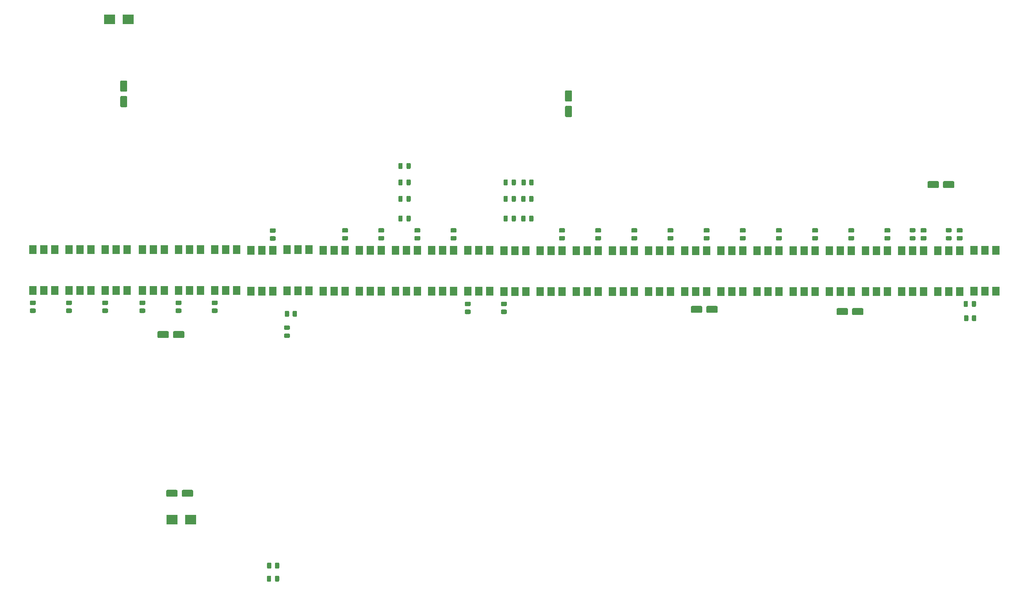
<source format=gbr>
%TF.GenerationSoftware,KiCad,Pcbnew,(5.1.8)-1*%
%TF.CreationDate,2020-12-01T03:48:25+04:00*%
%TF.ProjectId,111,3131312e-6b69-4636-9164-5f7063625858,ver 1.0*%
%TF.SameCoordinates,Original*%
%TF.FileFunction,Paste,Top*%
%TF.FilePolarity,Positive*%
%FSLAX46Y46*%
G04 Gerber Fmt 4.6, Leading zero omitted, Abs format (unit mm)*
G04 Created by KiCad (PCBNEW (5.1.8)-1) date 2020-12-01 03:48:25*
%MOMM*%
%LPD*%
G01*
G04 APERTURE LIST*
%ADD10R,2.500000X2.300000*%
%ADD11R,1.780000X2.000000*%
G04 APERTURE END LIST*
%TO.C,C1*%
G36*
G01*
X229348000Y-59902000D02*
X229348000Y-61002000D01*
G75*
G02*
X229098000Y-61252000I-250000J0D01*
G01*
X226998000Y-61252000D01*
G75*
G02*
X226748000Y-61002000I0J250000D01*
G01*
X226748000Y-59902000D01*
G75*
G02*
X226998000Y-59652000I250000J0D01*
G01*
X229098000Y-59652000D01*
G75*
G02*
X229348000Y-59902000I0J-250000D01*
G01*
G37*
G36*
G01*
X232948000Y-59902000D02*
X232948000Y-61002000D01*
G75*
G02*
X232698000Y-61252000I-250000J0D01*
G01*
X230598000Y-61252000D01*
G75*
G02*
X230348000Y-61002000I0J250000D01*
G01*
X230348000Y-59902000D01*
G75*
G02*
X230598000Y-59652000I250000J0D01*
G01*
X232698000Y-59652000D01*
G75*
G02*
X232948000Y-59902000I0J-250000D01*
G01*
G37*
%TD*%
%TO.C,C2*%
G36*
G01*
X50262000Y-132630000D02*
X50262000Y-131530000D01*
G75*
G02*
X50512000Y-131280000I250000J0D01*
G01*
X52612000Y-131280000D01*
G75*
G02*
X52862000Y-131530000I0J-250000D01*
G01*
X52862000Y-132630000D01*
G75*
G02*
X52612000Y-132880000I-250000J0D01*
G01*
X50512000Y-132880000D01*
G75*
G02*
X50262000Y-132630000I0J250000D01*
G01*
G37*
G36*
G01*
X53862000Y-132630000D02*
X53862000Y-131530000D01*
G75*
G02*
X54112000Y-131280000I250000J0D01*
G01*
X56212000Y-131280000D01*
G75*
G02*
X56462000Y-131530000I0J-250000D01*
G01*
X56462000Y-132630000D01*
G75*
G02*
X56212000Y-132880000I-250000J0D01*
G01*
X54112000Y-132880000D01*
G75*
G02*
X53862000Y-132630000I0J250000D01*
G01*
G37*
%TD*%
%TO.C,C3*%
G36*
G01*
X142960000Y-42178000D02*
X144060000Y-42178000D01*
G75*
G02*
X144310000Y-42428000I0J-250000D01*
G01*
X144310000Y-44528000D01*
G75*
G02*
X144060000Y-44778000I-250000J0D01*
G01*
X142960000Y-44778000D01*
G75*
G02*
X142710000Y-44528000I0J250000D01*
G01*
X142710000Y-42428000D01*
G75*
G02*
X142960000Y-42178000I250000J0D01*
G01*
G37*
G36*
G01*
X142960000Y-38578000D02*
X144060000Y-38578000D01*
G75*
G02*
X144310000Y-38828000I0J-250000D01*
G01*
X144310000Y-40928000D01*
G75*
G02*
X144060000Y-41178000I-250000J0D01*
G01*
X142960000Y-41178000D01*
G75*
G02*
X142710000Y-40928000I0J250000D01*
G01*
X142710000Y-38828000D01*
G75*
G02*
X142960000Y-38578000I250000J0D01*
G01*
G37*
%TD*%
%TO.C,C4*%
G36*
G01*
X39836000Y-36292000D02*
X40936000Y-36292000D01*
G75*
G02*
X41186000Y-36542000I0J-250000D01*
G01*
X41186000Y-38642000D01*
G75*
G02*
X40936000Y-38892000I-250000J0D01*
G01*
X39836000Y-38892000D01*
G75*
G02*
X39586000Y-38642000I0J250000D01*
G01*
X39586000Y-36542000D01*
G75*
G02*
X39836000Y-36292000I250000J0D01*
G01*
G37*
G36*
G01*
X39836000Y-39892000D02*
X40936000Y-39892000D01*
G75*
G02*
X41186000Y-40142000I0J-250000D01*
G01*
X41186000Y-42242000D01*
G75*
G02*
X40936000Y-42492000I-250000J0D01*
G01*
X39836000Y-42492000D01*
G75*
G02*
X39586000Y-42242000I0J250000D01*
G01*
X39586000Y-40142000D01*
G75*
G02*
X39836000Y-39892000I250000J0D01*
G01*
G37*
%TD*%
%TO.C,C6*%
G36*
G01*
X171884000Y-89958000D02*
X171884000Y-88858000D01*
G75*
G02*
X172134000Y-88608000I250000J0D01*
G01*
X174234000Y-88608000D01*
G75*
G02*
X174484000Y-88858000I0J-250000D01*
G01*
X174484000Y-89958000D01*
G75*
G02*
X174234000Y-90208000I-250000J0D01*
G01*
X172134000Y-90208000D01*
G75*
G02*
X171884000Y-89958000I0J250000D01*
G01*
G37*
G36*
G01*
X175484000Y-89958000D02*
X175484000Y-88858000D01*
G75*
G02*
X175734000Y-88608000I250000J0D01*
G01*
X177834000Y-88608000D01*
G75*
G02*
X178084000Y-88858000I0J-250000D01*
G01*
X178084000Y-89958000D01*
G75*
G02*
X177834000Y-90208000I-250000J0D01*
G01*
X175734000Y-90208000D01*
G75*
G02*
X175484000Y-89958000I0J250000D01*
G01*
G37*
%TD*%
%TO.C,C7*%
G36*
G01*
X50830000Y-94700000D02*
X50830000Y-95800000D01*
G75*
G02*
X50580000Y-96050000I-250000J0D01*
G01*
X48480000Y-96050000D01*
G75*
G02*
X48230000Y-95800000I0J250000D01*
G01*
X48230000Y-94700000D01*
G75*
G02*
X48480000Y-94450000I250000J0D01*
G01*
X50580000Y-94450000D01*
G75*
G02*
X50830000Y-94700000I0J-250000D01*
G01*
G37*
G36*
G01*
X54430000Y-94700000D02*
X54430000Y-95800000D01*
G75*
G02*
X54180000Y-96050000I-250000J0D01*
G01*
X52080000Y-96050000D01*
G75*
G02*
X51830000Y-95800000I0J250000D01*
G01*
X51830000Y-94700000D01*
G75*
G02*
X52080000Y-94450000I250000J0D01*
G01*
X54180000Y-94450000D01*
G75*
G02*
X54430000Y-94700000I0J-250000D01*
G01*
G37*
%TD*%
%TO.C,C8*%
G36*
G01*
X209266000Y-90466000D02*
X209266000Y-89366000D01*
G75*
G02*
X209516000Y-89116000I250000J0D01*
G01*
X211616000Y-89116000D01*
G75*
G02*
X211866000Y-89366000I0J-250000D01*
G01*
X211866000Y-90466000D01*
G75*
G02*
X211616000Y-90716000I-250000J0D01*
G01*
X209516000Y-90716000D01*
G75*
G02*
X209266000Y-90466000I0J250000D01*
G01*
G37*
G36*
G01*
X205666000Y-90466000D02*
X205666000Y-89366000D01*
G75*
G02*
X205916000Y-89116000I250000J0D01*
G01*
X208016000Y-89116000D01*
G75*
G02*
X208266000Y-89366000I0J-250000D01*
G01*
X208266000Y-90466000D01*
G75*
G02*
X208016000Y-90716000I-250000J0D01*
G01*
X205916000Y-90716000D01*
G75*
G02*
X205666000Y-90466000I0J250000D01*
G01*
G37*
%TD*%
%TO.C,\u002AD2*%
G36*
G01*
X130322500Y-60400250D02*
X130322500Y-59487750D01*
G75*
G02*
X130566250Y-59244000I243750J0D01*
G01*
X131053750Y-59244000D01*
G75*
G02*
X131297500Y-59487750I0J-243750D01*
G01*
X131297500Y-60400250D01*
G75*
G02*
X131053750Y-60644000I-243750J0D01*
G01*
X130566250Y-60644000D01*
G75*
G02*
X130322500Y-60400250I0J243750D01*
G01*
G37*
G36*
G01*
X128447500Y-60400250D02*
X128447500Y-59487750D01*
G75*
G02*
X128691250Y-59244000I243750J0D01*
G01*
X129178750Y-59244000D01*
G75*
G02*
X129422500Y-59487750I0J-243750D01*
G01*
X129422500Y-60400250D01*
G75*
G02*
X129178750Y-60644000I-243750J0D01*
G01*
X128691250Y-60644000D01*
G75*
G02*
X128447500Y-60400250I0J243750D01*
G01*
G37*
%TD*%
D10*
%TO.C,\u002AD3*%
X41402000Y-22098000D03*
X37102000Y-22098000D03*
%TD*%
%TO.C,\u002AD4*%
G36*
G01*
X237977500Y-87681750D02*
X237977500Y-88594250D01*
G75*
G02*
X237733750Y-88838000I-243750J0D01*
G01*
X237246250Y-88838000D01*
G75*
G02*
X237002500Y-88594250I0J243750D01*
G01*
X237002500Y-87681750D01*
G75*
G02*
X237246250Y-87438000I243750J0D01*
G01*
X237733750Y-87438000D01*
G75*
G02*
X237977500Y-87681750I0J-243750D01*
G01*
G37*
G36*
G01*
X236102500Y-87681750D02*
X236102500Y-88594250D01*
G75*
G02*
X235858750Y-88838000I-243750J0D01*
G01*
X235371250Y-88838000D01*
G75*
G02*
X235127500Y-88594250I0J243750D01*
G01*
X235127500Y-87681750D01*
G75*
G02*
X235371250Y-87438000I243750J0D01*
G01*
X235858750Y-87438000D01*
G75*
G02*
X236102500Y-87681750I0J-243750D01*
G01*
G37*
%TD*%
%TO.C,D5*%
G36*
G01*
X78688250Y-94116500D02*
X77775750Y-94116500D01*
G75*
G02*
X77532000Y-93872750I0J243750D01*
G01*
X77532000Y-93385250D01*
G75*
G02*
X77775750Y-93141500I243750J0D01*
G01*
X78688250Y-93141500D01*
G75*
G02*
X78932000Y-93385250I0J-243750D01*
G01*
X78932000Y-93872750D01*
G75*
G02*
X78688250Y-94116500I-243750J0D01*
G01*
G37*
G36*
G01*
X78688250Y-95991500D02*
X77775750Y-95991500D01*
G75*
G02*
X77532000Y-95747750I0J243750D01*
G01*
X77532000Y-95260250D01*
G75*
G02*
X77775750Y-95016500I243750J0D01*
G01*
X78688250Y-95016500D01*
G75*
G02*
X78932000Y-95260250I0J-243750D01*
G01*
X78932000Y-95747750D01*
G75*
G02*
X78688250Y-95991500I-243750J0D01*
G01*
G37*
%TD*%
%TO.C,\u002AD6*%
G36*
G01*
X128447500Y-68782250D02*
X128447500Y-67869750D01*
G75*
G02*
X128691250Y-67626000I243750J0D01*
G01*
X129178750Y-67626000D01*
G75*
G02*
X129422500Y-67869750I0J-243750D01*
G01*
X129422500Y-68782250D01*
G75*
G02*
X129178750Y-69026000I-243750J0D01*
G01*
X128691250Y-69026000D01*
G75*
G02*
X128447500Y-68782250I0J243750D01*
G01*
G37*
G36*
G01*
X130322500Y-68782250D02*
X130322500Y-67869750D01*
G75*
G02*
X130566250Y-67626000I243750J0D01*
G01*
X131053750Y-67626000D01*
G75*
G02*
X131297500Y-67869750I0J-243750D01*
G01*
X131297500Y-68782250D01*
G75*
G02*
X131053750Y-69026000I-243750J0D01*
G01*
X130566250Y-69026000D01*
G75*
G02*
X130322500Y-68782250I0J243750D01*
G01*
G37*
%TD*%
%TO.C,\u002AD9*%
X55862000Y-138176000D03*
X51562000Y-138176000D03*
%TD*%
%TO.C,D11*%
G36*
G01*
X75458500Y-152348250D02*
X75458500Y-151435750D01*
G75*
G02*
X75702250Y-151192000I243750J0D01*
G01*
X76189750Y-151192000D01*
G75*
G02*
X76433500Y-151435750I0J-243750D01*
G01*
X76433500Y-152348250D01*
G75*
G02*
X76189750Y-152592000I-243750J0D01*
G01*
X75702250Y-152592000D01*
G75*
G02*
X75458500Y-152348250I0J243750D01*
G01*
G37*
G36*
G01*
X73583500Y-152348250D02*
X73583500Y-151435750D01*
G75*
G02*
X73827250Y-151192000I243750J0D01*
G01*
X74314750Y-151192000D01*
G75*
G02*
X74558500Y-151435750I0J-243750D01*
G01*
X74558500Y-152348250D01*
G75*
G02*
X74314750Y-152592000I-243750J0D01*
G01*
X73827250Y-152592000D01*
G75*
G02*
X73583500Y-152348250I0J243750D01*
G01*
G37*
%TD*%
%TO.C,D14*%
G36*
G01*
X222809750Y-72410500D02*
X223722250Y-72410500D01*
G75*
G02*
X223966000Y-72654250I0J-243750D01*
G01*
X223966000Y-73141750D01*
G75*
G02*
X223722250Y-73385500I-243750J0D01*
G01*
X222809750Y-73385500D01*
G75*
G02*
X222566000Y-73141750I0J243750D01*
G01*
X222566000Y-72654250D01*
G75*
G02*
X222809750Y-72410500I243750J0D01*
G01*
G37*
G36*
G01*
X222809750Y-70535500D02*
X223722250Y-70535500D01*
G75*
G02*
X223966000Y-70779250I0J-243750D01*
G01*
X223966000Y-71266750D01*
G75*
G02*
X223722250Y-71510500I-243750J0D01*
G01*
X222809750Y-71510500D01*
G75*
G02*
X222566000Y-71266750I0J243750D01*
G01*
X222566000Y-70779250D01*
G75*
G02*
X222809750Y-70535500I243750J0D01*
G01*
G37*
%TD*%
%TO.C,\u002AD20*%
G36*
G01*
X130322500Y-64210250D02*
X130322500Y-63297750D01*
G75*
G02*
X130566250Y-63054000I243750J0D01*
G01*
X131053750Y-63054000D01*
G75*
G02*
X131297500Y-63297750I0J-243750D01*
G01*
X131297500Y-64210250D01*
G75*
G02*
X131053750Y-64454000I-243750J0D01*
G01*
X130566250Y-64454000D01*
G75*
G02*
X130322500Y-64210250I0J243750D01*
G01*
G37*
G36*
G01*
X128447500Y-64210250D02*
X128447500Y-63297750D01*
G75*
G02*
X128691250Y-63054000I243750J0D01*
G01*
X129178750Y-63054000D01*
G75*
G02*
X129422500Y-63297750I0J-243750D01*
G01*
X129422500Y-64210250D01*
G75*
G02*
X129178750Y-64454000I-243750J0D01*
G01*
X128691250Y-64454000D01*
G75*
G02*
X128447500Y-64210250I0J243750D01*
G01*
G37*
%TD*%
%TO.C,\u002AD21*%
G36*
G01*
X106913500Y-55677750D02*
X106913500Y-56590250D01*
G75*
G02*
X106669750Y-56834000I-243750J0D01*
G01*
X106182250Y-56834000D01*
G75*
G02*
X105938500Y-56590250I0J243750D01*
G01*
X105938500Y-55677750D01*
G75*
G02*
X106182250Y-55434000I243750J0D01*
G01*
X106669750Y-55434000D01*
G75*
G02*
X106913500Y-55677750I0J-243750D01*
G01*
G37*
G36*
G01*
X105038500Y-55677750D02*
X105038500Y-56590250D01*
G75*
G02*
X104794750Y-56834000I-243750J0D01*
G01*
X104307250Y-56834000D01*
G75*
G02*
X104063500Y-56590250I0J243750D01*
G01*
X104063500Y-55677750D01*
G75*
G02*
X104307250Y-55434000I243750J0D01*
G01*
X104794750Y-55434000D01*
G75*
G02*
X105038500Y-55677750I0J-243750D01*
G01*
G37*
%TD*%
%TO.C,\u002AD22*%
G36*
G01*
X106913500Y-59487750D02*
X106913500Y-60400250D01*
G75*
G02*
X106669750Y-60644000I-243750J0D01*
G01*
X106182250Y-60644000D01*
G75*
G02*
X105938500Y-60400250I0J243750D01*
G01*
X105938500Y-59487750D01*
G75*
G02*
X106182250Y-59244000I243750J0D01*
G01*
X106669750Y-59244000D01*
G75*
G02*
X106913500Y-59487750I0J-243750D01*
G01*
G37*
G36*
G01*
X105038500Y-59487750D02*
X105038500Y-60400250D01*
G75*
G02*
X104794750Y-60644000I-243750J0D01*
G01*
X104307250Y-60644000D01*
G75*
G02*
X104063500Y-60400250I0J243750D01*
G01*
X104063500Y-59487750D01*
G75*
G02*
X104307250Y-59244000I243750J0D01*
G01*
X104794750Y-59244000D01*
G75*
G02*
X105038500Y-59487750I0J-243750D01*
G01*
G37*
%TD*%
%TO.C,\u002AD23*%
G36*
G01*
X105038500Y-63297750D02*
X105038500Y-64210250D01*
G75*
G02*
X104794750Y-64454000I-243750J0D01*
G01*
X104307250Y-64454000D01*
G75*
G02*
X104063500Y-64210250I0J243750D01*
G01*
X104063500Y-63297750D01*
G75*
G02*
X104307250Y-63054000I243750J0D01*
G01*
X104794750Y-63054000D01*
G75*
G02*
X105038500Y-63297750I0J-243750D01*
G01*
G37*
G36*
G01*
X106913500Y-63297750D02*
X106913500Y-64210250D01*
G75*
G02*
X106669750Y-64454000I-243750J0D01*
G01*
X106182250Y-64454000D01*
G75*
G02*
X105938500Y-64210250I0J243750D01*
G01*
X105938500Y-63297750D01*
G75*
G02*
X106182250Y-63054000I243750J0D01*
G01*
X106669750Y-63054000D01*
G75*
G02*
X106913500Y-63297750I0J-243750D01*
G01*
G37*
%TD*%
%TO.C,\u002AD24*%
G36*
G01*
X105038500Y-67869750D02*
X105038500Y-68782250D01*
G75*
G02*
X104794750Y-69026000I-243750J0D01*
G01*
X104307250Y-69026000D01*
G75*
G02*
X104063500Y-68782250I0J243750D01*
G01*
X104063500Y-67869750D01*
G75*
G02*
X104307250Y-67626000I243750J0D01*
G01*
X104794750Y-67626000D01*
G75*
G02*
X105038500Y-67869750I0J-243750D01*
G01*
G37*
G36*
G01*
X106913500Y-67869750D02*
X106913500Y-68782250D01*
G75*
G02*
X106669750Y-69026000I-243750J0D01*
G01*
X106182250Y-69026000D01*
G75*
G02*
X105938500Y-68782250I0J243750D01*
G01*
X105938500Y-67869750D01*
G75*
G02*
X106182250Y-67626000I243750J0D01*
G01*
X106669750Y-67626000D01*
G75*
G02*
X106913500Y-67869750I0J-243750D01*
G01*
G37*
%TD*%
%TO.C,D25*%
G36*
G01*
X231191750Y-70535500D02*
X232104250Y-70535500D01*
G75*
G02*
X232348000Y-70779250I0J-243750D01*
G01*
X232348000Y-71266750D01*
G75*
G02*
X232104250Y-71510500I-243750J0D01*
G01*
X231191750Y-71510500D01*
G75*
G02*
X230948000Y-71266750I0J243750D01*
G01*
X230948000Y-70779250D01*
G75*
G02*
X231191750Y-70535500I243750J0D01*
G01*
G37*
G36*
G01*
X231191750Y-72410500D02*
X232104250Y-72410500D01*
G75*
G02*
X232348000Y-72654250I0J-243750D01*
G01*
X232348000Y-73141750D01*
G75*
G02*
X232104250Y-73385500I-243750J0D01*
G01*
X231191750Y-73385500D01*
G75*
G02*
X230948000Y-73141750I0J243750D01*
G01*
X230948000Y-72654250D01*
G75*
G02*
X231191750Y-72410500I243750J0D01*
G01*
G37*
%TD*%
%TO.C,R1*%
G36*
G01*
X225355998Y-72385500D02*
X226256002Y-72385500D01*
G75*
G02*
X226506000Y-72635498I0J-249998D01*
G01*
X226506000Y-73160502D01*
G75*
G02*
X226256002Y-73410500I-249998J0D01*
G01*
X225355998Y-73410500D01*
G75*
G02*
X225106000Y-73160502I0J249998D01*
G01*
X225106000Y-72635498D01*
G75*
G02*
X225355998Y-72385500I249998J0D01*
G01*
G37*
G36*
G01*
X225355998Y-70560500D02*
X226256002Y-70560500D01*
G75*
G02*
X226506000Y-70810498I0J-249998D01*
G01*
X226506000Y-71335502D01*
G75*
G02*
X226256002Y-71585500I-249998J0D01*
G01*
X225355998Y-71585500D01*
G75*
G02*
X225106000Y-71335502I0J249998D01*
G01*
X225106000Y-70810498D01*
G75*
G02*
X225355998Y-70560500I249998J0D01*
G01*
G37*
%TD*%
%TO.C,\u002AR2*%
G36*
G01*
X133608500Y-59493998D02*
X133608500Y-60394002D01*
G75*
G02*
X133358502Y-60644000I-249998J0D01*
G01*
X132833498Y-60644000D01*
G75*
G02*
X132583500Y-60394002I0J249998D01*
G01*
X132583500Y-59493998D01*
G75*
G02*
X132833498Y-59244000I249998J0D01*
G01*
X133358502Y-59244000D01*
G75*
G02*
X133608500Y-59493998I0J-249998D01*
G01*
G37*
G36*
G01*
X135433500Y-59493998D02*
X135433500Y-60394002D01*
G75*
G02*
X135183502Y-60644000I-249998J0D01*
G01*
X134658498Y-60644000D01*
G75*
G02*
X134408500Y-60394002I0J249998D01*
G01*
X134408500Y-59493998D01*
G75*
G02*
X134658498Y-59244000I249998J0D01*
G01*
X135183502Y-59244000D01*
G75*
G02*
X135433500Y-59493998I0J-249998D01*
G01*
G37*
%TD*%
%TO.C,\u002AR3*%
G36*
G01*
X238049500Y-90989998D02*
X238049500Y-91890002D01*
G75*
G02*
X237799502Y-92140000I-249998J0D01*
G01*
X237274498Y-92140000D01*
G75*
G02*
X237024500Y-91890002I0J249998D01*
G01*
X237024500Y-90989998D01*
G75*
G02*
X237274498Y-90740000I249998J0D01*
G01*
X237799502Y-90740000D01*
G75*
G02*
X238049500Y-90989998I0J-249998D01*
G01*
G37*
G36*
G01*
X236224500Y-90989998D02*
X236224500Y-91890002D01*
G75*
G02*
X235974502Y-92140000I-249998J0D01*
G01*
X235449498Y-92140000D01*
G75*
G02*
X235199500Y-91890002I0J249998D01*
G01*
X235199500Y-90989998D01*
G75*
G02*
X235449498Y-90740000I249998J0D01*
G01*
X235974502Y-90740000D01*
G75*
G02*
X236224500Y-90989998I0J-249998D01*
G01*
G37*
%TD*%
%TO.C,R4*%
G36*
G01*
X77719500Y-90874002D02*
X77719500Y-89973998D01*
G75*
G02*
X77969498Y-89724000I249998J0D01*
G01*
X78494502Y-89724000D01*
G75*
G02*
X78744500Y-89973998I0J-249998D01*
G01*
X78744500Y-90874002D01*
G75*
G02*
X78494502Y-91124000I-249998J0D01*
G01*
X77969498Y-91124000D01*
G75*
G02*
X77719500Y-90874002I0J249998D01*
G01*
G37*
G36*
G01*
X79544500Y-90874002D02*
X79544500Y-89973998D01*
G75*
G02*
X79794498Y-89724000I249998J0D01*
G01*
X80319502Y-89724000D01*
G75*
G02*
X80569500Y-89973998I0J-249998D01*
G01*
X80569500Y-90874002D01*
G75*
G02*
X80319502Y-91124000I-249998J0D01*
G01*
X79794498Y-91124000D01*
G75*
G02*
X79544500Y-90874002I0J249998D01*
G01*
G37*
%TD*%
%TO.C,\u002AR5*%
G36*
G01*
X135386500Y-67875998D02*
X135386500Y-68776002D01*
G75*
G02*
X135136502Y-69026000I-249998J0D01*
G01*
X134611498Y-69026000D01*
G75*
G02*
X134361500Y-68776002I0J249998D01*
G01*
X134361500Y-67875998D01*
G75*
G02*
X134611498Y-67626000I249998J0D01*
G01*
X135136502Y-67626000D01*
G75*
G02*
X135386500Y-67875998I0J-249998D01*
G01*
G37*
G36*
G01*
X133561500Y-67875998D02*
X133561500Y-68776002D01*
G75*
G02*
X133311502Y-69026000I-249998J0D01*
G01*
X132786498Y-69026000D01*
G75*
G02*
X132536500Y-68776002I0J249998D01*
G01*
X132536500Y-67875998D01*
G75*
G02*
X132786498Y-67626000I249998J0D01*
G01*
X133311502Y-67626000D01*
G75*
G02*
X133561500Y-67875998I0J-249998D01*
G01*
G37*
%TD*%
%TO.C,R8*%
G36*
G01*
X75433500Y-149294002D02*
X75433500Y-148393998D01*
G75*
G02*
X75683498Y-148144000I249998J0D01*
G01*
X76208502Y-148144000D01*
G75*
G02*
X76458500Y-148393998I0J-249998D01*
G01*
X76458500Y-149294002D01*
G75*
G02*
X76208502Y-149544000I-249998J0D01*
G01*
X75683498Y-149544000D01*
G75*
G02*
X75433500Y-149294002I0J249998D01*
G01*
G37*
G36*
G01*
X73608500Y-149294002D02*
X73608500Y-148393998D01*
G75*
G02*
X73858498Y-148144000I249998J0D01*
G01*
X74383502Y-148144000D01*
G75*
G02*
X74633500Y-148393998I0J-249998D01*
G01*
X74633500Y-149294002D01*
G75*
G02*
X74383502Y-149544000I-249998J0D01*
G01*
X73858498Y-149544000D01*
G75*
G02*
X73608500Y-149294002I0J249998D01*
G01*
G37*
%TD*%
%TO.C,\u002AR9*%
G36*
G01*
X75380002Y-73457500D02*
X74479998Y-73457500D01*
G75*
G02*
X74230000Y-73207502I0J249998D01*
G01*
X74230000Y-72682498D01*
G75*
G02*
X74479998Y-72432500I249998J0D01*
G01*
X75380002Y-72432500D01*
G75*
G02*
X75630000Y-72682498I0J-249998D01*
G01*
X75630000Y-73207502D01*
G75*
G02*
X75380002Y-73457500I-249998J0D01*
G01*
G37*
G36*
G01*
X75380002Y-71632500D02*
X74479998Y-71632500D01*
G75*
G02*
X74230000Y-71382502I0J249998D01*
G01*
X74230000Y-70857498D01*
G75*
G02*
X74479998Y-70607500I249998J0D01*
G01*
X75380002Y-70607500D01*
G75*
G02*
X75630000Y-70857498I0J-249998D01*
G01*
X75630000Y-71382502D01*
G75*
G02*
X75380002Y-71632500I-249998J0D01*
G01*
G37*
%TD*%
%TO.C,\u002AR10*%
G36*
G01*
X119691998Y-89450500D02*
X120592002Y-89450500D01*
G75*
G02*
X120842000Y-89700498I0J-249998D01*
G01*
X120842000Y-90225502D01*
G75*
G02*
X120592002Y-90475500I-249998J0D01*
G01*
X119691998Y-90475500D01*
G75*
G02*
X119442000Y-90225502I0J249998D01*
G01*
X119442000Y-89700498D01*
G75*
G02*
X119691998Y-89450500I249998J0D01*
G01*
G37*
G36*
G01*
X119691998Y-87625500D02*
X120592002Y-87625500D01*
G75*
G02*
X120842000Y-87875498I0J-249998D01*
G01*
X120842000Y-88400502D01*
G75*
G02*
X120592002Y-88650500I-249998J0D01*
G01*
X119691998Y-88650500D01*
G75*
G02*
X119442000Y-88400502I0J249998D01*
G01*
X119442000Y-87875498D01*
G75*
G02*
X119691998Y-87625500I249998J0D01*
G01*
G37*
%TD*%
%TO.C,R17*%
G36*
G01*
X208591998Y-70560500D02*
X209492002Y-70560500D01*
G75*
G02*
X209742000Y-70810498I0J-249998D01*
G01*
X209742000Y-71335502D01*
G75*
G02*
X209492002Y-71585500I-249998J0D01*
G01*
X208591998Y-71585500D01*
G75*
G02*
X208342000Y-71335502I0J249998D01*
G01*
X208342000Y-70810498D01*
G75*
G02*
X208591998Y-70560500I249998J0D01*
G01*
G37*
G36*
G01*
X208591998Y-72385500D02*
X209492002Y-72385500D01*
G75*
G02*
X209742000Y-72635498I0J-249998D01*
G01*
X209742000Y-73160502D01*
G75*
G02*
X209492002Y-73410500I-249998J0D01*
G01*
X208591998Y-73410500D01*
G75*
G02*
X208342000Y-73160502I0J249998D01*
G01*
X208342000Y-72635498D01*
G75*
G02*
X208591998Y-72385500I249998J0D01*
G01*
G37*
%TD*%
%TO.C,R18*%
G36*
G01*
X191827998Y-70560500D02*
X192728002Y-70560500D01*
G75*
G02*
X192978000Y-70810498I0J-249998D01*
G01*
X192978000Y-71335502D01*
G75*
G02*
X192728002Y-71585500I-249998J0D01*
G01*
X191827998Y-71585500D01*
G75*
G02*
X191578000Y-71335502I0J249998D01*
G01*
X191578000Y-70810498D01*
G75*
G02*
X191827998Y-70560500I249998J0D01*
G01*
G37*
G36*
G01*
X191827998Y-72385500D02*
X192728002Y-72385500D01*
G75*
G02*
X192978000Y-72635498I0J-249998D01*
G01*
X192978000Y-73160502D01*
G75*
G02*
X192728002Y-73410500I-249998J0D01*
G01*
X191827998Y-73410500D01*
G75*
G02*
X191578000Y-73160502I0J249998D01*
G01*
X191578000Y-72635498D01*
G75*
G02*
X191827998Y-72385500I249998J0D01*
G01*
G37*
%TD*%
%TO.C,R19*%
G36*
G01*
X175063998Y-70560500D02*
X175964002Y-70560500D01*
G75*
G02*
X176214000Y-70810498I0J-249998D01*
G01*
X176214000Y-71335502D01*
G75*
G02*
X175964002Y-71585500I-249998J0D01*
G01*
X175063998Y-71585500D01*
G75*
G02*
X174814000Y-71335502I0J249998D01*
G01*
X174814000Y-70810498D01*
G75*
G02*
X175063998Y-70560500I249998J0D01*
G01*
G37*
G36*
G01*
X175063998Y-72385500D02*
X175964002Y-72385500D01*
G75*
G02*
X176214000Y-72635498I0J-249998D01*
G01*
X176214000Y-73160502D01*
G75*
G02*
X175964002Y-73410500I-249998J0D01*
G01*
X175063998Y-73410500D01*
G75*
G02*
X174814000Y-73160502I0J249998D01*
G01*
X174814000Y-72635498D01*
G75*
G02*
X175063998Y-72385500I249998J0D01*
G01*
G37*
%TD*%
%TO.C,R20*%
G36*
G01*
X158299998Y-70560500D02*
X159200002Y-70560500D01*
G75*
G02*
X159450000Y-70810498I0J-249998D01*
G01*
X159450000Y-71335502D01*
G75*
G02*
X159200002Y-71585500I-249998J0D01*
G01*
X158299998Y-71585500D01*
G75*
G02*
X158050000Y-71335502I0J249998D01*
G01*
X158050000Y-70810498D01*
G75*
G02*
X158299998Y-70560500I249998J0D01*
G01*
G37*
G36*
G01*
X158299998Y-72385500D02*
X159200002Y-72385500D01*
G75*
G02*
X159450000Y-72635498I0J-249998D01*
G01*
X159450000Y-73160502D01*
G75*
G02*
X159200002Y-73410500I-249998J0D01*
G01*
X158299998Y-73410500D01*
G75*
G02*
X158050000Y-73160502I0J249998D01*
G01*
X158050000Y-72635498D01*
G75*
G02*
X158299998Y-72385500I249998J0D01*
G01*
G37*
%TD*%
%TO.C,R21*%
G36*
G01*
X141535998Y-70560500D02*
X142436002Y-70560500D01*
G75*
G02*
X142686000Y-70810498I0J-249998D01*
G01*
X142686000Y-71335502D01*
G75*
G02*
X142436002Y-71585500I-249998J0D01*
G01*
X141535998Y-71585500D01*
G75*
G02*
X141286000Y-71335502I0J249998D01*
G01*
X141286000Y-70810498D01*
G75*
G02*
X141535998Y-70560500I249998J0D01*
G01*
G37*
G36*
G01*
X141535998Y-72385500D02*
X142436002Y-72385500D01*
G75*
G02*
X142686000Y-72635498I0J-249998D01*
G01*
X142686000Y-73160502D01*
G75*
G02*
X142436002Y-73410500I-249998J0D01*
G01*
X141535998Y-73410500D01*
G75*
G02*
X141286000Y-73160502I0J249998D01*
G01*
X141286000Y-72635498D01*
G75*
G02*
X141535998Y-72385500I249998J0D01*
G01*
G37*
%TD*%
%TO.C,R22*%
G36*
G01*
X116389998Y-72385500D02*
X117290002Y-72385500D01*
G75*
G02*
X117540000Y-72635498I0J-249998D01*
G01*
X117540000Y-73160502D01*
G75*
G02*
X117290002Y-73410500I-249998J0D01*
G01*
X116389998Y-73410500D01*
G75*
G02*
X116140000Y-73160502I0J249998D01*
G01*
X116140000Y-72635498D01*
G75*
G02*
X116389998Y-72385500I249998J0D01*
G01*
G37*
G36*
G01*
X116389998Y-70560500D02*
X117290002Y-70560500D01*
G75*
G02*
X117540000Y-70810498I0J-249998D01*
G01*
X117540000Y-71335502D01*
G75*
G02*
X117290002Y-71585500I-249998J0D01*
G01*
X116389998Y-71585500D01*
G75*
G02*
X116140000Y-71335502I0J249998D01*
G01*
X116140000Y-70810498D01*
G75*
G02*
X116389998Y-70560500I249998J0D01*
G01*
G37*
%TD*%
%TO.C,R23*%
G36*
G01*
X108007998Y-72385500D02*
X108908002Y-72385500D01*
G75*
G02*
X109158000Y-72635498I0J-249998D01*
G01*
X109158000Y-73160502D01*
G75*
G02*
X108908002Y-73410500I-249998J0D01*
G01*
X108007998Y-73410500D01*
G75*
G02*
X107758000Y-73160502I0J249998D01*
G01*
X107758000Y-72635498D01*
G75*
G02*
X108007998Y-72385500I249998J0D01*
G01*
G37*
G36*
G01*
X108007998Y-70560500D02*
X108908002Y-70560500D01*
G75*
G02*
X109158000Y-70810498I0J-249998D01*
G01*
X109158000Y-71335502D01*
G75*
G02*
X108908002Y-71585500I-249998J0D01*
G01*
X108007998Y-71585500D01*
G75*
G02*
X107758000Y-71335502I0J249998D01*
G01*
X107758000Y-70810498D01*
G75*
G02*
X108007998Y-70560500I249998J0D01*
G01*
G37*
%TD*%
%TO.C,\u002AR24*%
G36*
G01*
X99625998Y-72385500D02*
X100526002Y-72385500D01*
G75*
G02*
X100776000Y-72635498I0J-249998D01*
G01*
X100776000Y-73160502D01*
G75*
G02*
X100526002Y-73410500I-249998J0D01*
G01*
X99625998Y-73410500D01*
G75*
G02*
X99376000Y-73160502I0J249998D01*
G01*
X99376000Y-72635498D01*
G75*
G02*
X99625998Y-72385500I249998J0D01*
G01*
G37*
G36*
G01*
X99625998Y-70560500D02*
X100526002Y-70560500D01*
G75*
G02*
X100776000Y-70810498I0J-249998D01*
G01*
X100776000Y-71335502D01*
G75*
G02*
X100526002Y-71585500I-249998J0D01*
G01*
X99625998Y-71585500D01*
G75*
G02*
X99376000Y-71335502I0J249998D01*
G01*
X99376000Y-70810498D01*
G75*
G02*
X99625998Y-70560500I249998J0D01*
G01*
G37*
%TD*%
%TO.C,\u002AR25*%
G36*
G01*
X91243998Y-72385500D02*
X92144002Y-72385500D01*
G75*
G02*
X92394000Y-72635498I0J-249998D01*
G01*
X92394000Y-73160502D01*
G75*
G02*
X92144002Y-73410500I-249998J0D01*
G01*
X91243998Y-73410500D01*
G75*
G02*
X90994000Y-73160502I0J249998D01*
G01*
X90994000Y-72635498D01*
G75*
G02*
X91243998Y-72385500I249998J0D01*
G01*
G37*
G36*
G01*
X91243998Y-70560500D02*
X92144002Y-70560500D01*
G75*
G02*
X92394000Y-70810498I0J-249998D01*
G01*
X92394000Y-71335502D01*
G75*
G02*
X92144002Y-71585500I-249998J0D01*
G01*
X91243998Y-71585500D01*
G75*
G02*
X90994000Y-71335502I0J249998D01*
G01*
X90994000Y-70810498D01*
G75*
G02*
X91243998Y-70560500I249998J0D01*
G01*
G37*
%TD*%
%TO.C,\u002AR26*%
G36*
G01*
X135386500Y-63303998D02*
X135386500Y-64204002D01*
G75*
G02*
X135136502Y-64454000I-249998J0D01*
G01*
X134611498Y-64454000D01*
G75*
G02*
X134361500Y-64204002I0J249998D01*
G01*
X134361500Y-63303998D01*
G75*
G02*
X134611498Y-63054000I249998J0D01*
G01*
X135136502Y-63054000D01*
G75*
G02*
X135386500Y-63303998I0J-249998D01*
G01*
G37*
G36*
G01*
X133561500Y-63303998D02*
X133561500Y-64204002D01*
G75*
G02*
X133311502Y-64454000I-249998J0D01*
G01*
X132786498Y-64454000D01*
G75*
G02*
X132536500Y-64204002I0J249998D01*
G01*
X132536500Y-63303998D01*
G75*
G02*
X132786498Y-63054000I249998J0D01*
G01*
X133311502Y-63054000D01*
G75*
G02*
X133561500Y-63303998I0J-249998D01*
G01*
G37*
%TD*%
%TO.C,R27*%
G36*
G01*
X128974002Y-88650500D02*
X128073998Y-88650500D01*
G75*
G02*
X127824000Y-88400502I0J249998D01*
G01*
X127824000Y-87875498D01*
G75*
G02*
X128073998Y-87625500I249998J0D01*
G01*
X128974002Y-87625500D01*
G75*
G02*
X129224000Y-87875498I0J-249998D01*
G01*
X129224000Y-88400502D01*
G75*
G02*
X128974002Y-88650500I-249998J0D01*
G01*
G37*
G36*
G01*
X128974002Y-90475500D02*
X128073998Y-90475500D01*
G75*
G02*
X127824000Y-90225502I0J249998D01*
G01*
X127824000Y-89700498D01*
G75*
G02*
X128073998Y-89450500I249998J0D01*
G01*
X128974002Y-89450500D01*
G75*
G02*
X129224000Y-89700498I0J-249998D01*
G01*
X129224000Y-90225502D01*
G75*
G02*
X128974002Y-90475500I-249998J0D01*
G01*
G37*
%TD*%
%TO.C,R28*%
G36*
G01*
X233737998Y-70560500D02*
X234638002Y-70560500D01*
G75*
G02*
X234888000Y-70810498I0J-249998D01*
G01*
X234888000Y-71335502D01*
G75*
G02*
X234638002Y-71585500I-249998J0D01*
G01*
X233737998Y-71585500D01*
G75*
G02*
X233488000Y-71335502I0J249998D01*
G01*
X233488000Y-70810498D01*
G75*
G02*
X233737998Y-70560500I249998J0D01*
G01*
G37*
G36*
G01*
X233737998Y-72385500D02*
X234638002Y-72385500D01*
G75*
G02*
X234888000Y-72635498I0J-249998D01*
G01*
X234888000Y-73160502D01*
G75*
G02*
X234638002Y-73410500I-249998J0D01*
G01*
X233737998Y-73410500D01*
G75*
G02*
X233488000Y-73160502I0J249998D01*
G01*
X233488000Y-72635498D01*
G75*
G02*
X233737998Y-72385500I249998J0D01*
G01*
G37*
%TD*%
%TO.C,R29*%
G36*
G01*
X216973998Y-72385500D02*
X217874002Y-72385500D01*
G75*
G02*
X218124000Y-72635498I0J-249998D01*
G01*
X218124000Y-73160502D01*
G75*
G02*
X217874002Y-73410500I-249998J0D01*
G01*
X216973998Y-73410500D01*
G75*
G02*
X216724000Y-73160502I0J249998D01*
G01*
X216724000Y-72635498D01*
G75*
G02*
X216973998Y-72385500I249998J0D01*
G01*
G37*
G36*
G01*
X216973998Y-70560500D02*
X217874002Y-70560500D01*
G75*
G02*
X218124000Y-70810498I0J-249998D01*
G01*
X218124000Y-71335502D01*
G75*
G02*
X217874002Y-71585500I-249998J0D01*
G01*
X216973998Y-71585500D01*
G75*
G02*
X216724000Y-71335502I0J249998D01*
G01*
X216724000Y-70810498D01*
G75*
G02*
X216973998Y-70560500I249998J0D01*
G01*
G37*
%TD*%
%TO.C,R30*%
G36*
G01*
X200209998Y-70560500D02*
X201110002Y-70560500D01*
G75*
G02*
X201360000Y-70810498I0J-249998D01*
G01*
X201360000Y-71335502D01*
G75*
G02*
X201110002Y-71585500I-249998J0D01*
G01*
X200209998Y-71585500D01*
G75*
G02*
X199960000Y-71335502I0J249998D01*
G01*
X199960000Y-70810498D01*
G75*
G02*
X200209998Y-70560500I249998J0D01*
G01*
G37*
G36*
G01*
X200209998Y-72385500D02*
X201110002Y-72385500D01*
G75*
G02*
X201360000Y-72635498I0J-249998D01*
G01*
X201360000Y-73160502D01*
G75*
G02*
X201110002Y-73410500I-249998J0D01*
G01*
X200209998Y-73410500D01*
G75*
G02*
X199960000Y-73160502I0J249998D01*
G01*
X199960000Y-72635498D01*
G75*
G02*
X200209998Y-72385500I249998J0D01*
G01*
G37*
%TD*%
%TO.C,R31*%
G36*
G01*
X183445998Y-72385500D02*
X184346002Y-72385500D01*
G75*
G02*
X184596000Y-72635498I0J-249998D01*
G01*
X184596000Y-73160502D01*
G75*
G02*
X184346002Y-73410500I-249998J0D01*
G01*
X183445998Y-73410500D01*
G75*
G02*
X183196000Y-73160502I0J249998D01*
G01*
X183196000Y-72635498D01*
G75*
G02*
X183445998Y-72385500I249998J0D01*
G01*
G37*
G36*
G01*
X183445998Y-70560500D02*
X184346002Y-70560500D01*
G75*
G02*
X184596000Y-70810498I0J-249998D01*
G01*
X184596000Y-71335502D01*
G75*
G02*
X184346002Y-71585500I-249998J0D01*
G01*
X183445998Y-71585500D01*
G75*
G02*
X183196000Y-71335502I0J249998D01*
G01*
X183196000Y-70810498D01*
G75*
G02*
X183445998Y-70560500I249998J0D01*
G01*
G37*
%TD*%
%TO.C,R32*%
G36*
G01*
X166681998Y-70560500D02*
X167582002Y-70560500D01*
G75*
G02*
X167832000Y-70810498I0J-249998D01*
G01*
X167832000Y-71335502D01*
G75*
G02*
X167582002Y-71585500I-249998J0D01*
G01*
X166681998Y-71585500D01*
G75*
G02*
X166432000Y-71335502I0J249998D01*
G01*
X166432000Y-70810498D01*
G75*
G02*
X166681998Y-70560500I249998J0D01*
G01*
G37*
G36*
G01*
X166681998Y-72385500D02*
X167582002Y-72385500D01*
G75*
G02*
X167832000Y-72635498I0J-249998D01*
G01*
X167832000Y-73160502D01*
G75*
G02*
X167582002Y-73410500I-249998J0D01*
G01*
X166681998Y-73410500D01*
G75*
G02*
X166432000Y-73160502I0J249998D01*
G01*
X166432000Y-72635498D01*
G75*
G02*
X166681998Y-72385500I249998J0D01*
G01*
G37*
%TD*%
%TO.C,R33*%
G36*
G01*
X149917998Y-72385500D02*
X150818002Y-72385500D01*
G75*
G02*
X151068000Y-72635498I0J-249998D01*
G01*
X151068000Y-73160502D01*
G75*
G02*
X150818002Y-73410500I-249998J0D01*
G01*
X149917998Y-73410500D01*
G75*
G02*
X149668000Y-73160502I0J249998D01*
G01*
X149668000Y-72635498D01*
G75*
G02*
X149917998Y-72385500I249998J0D01*
G01*
G37*
G36*
G01*
X149917998Y-70560500D02*
X150818002Y-70560500D01*
G75*
G02*
X151068000Y-70810498I0J-249998D01*
G01*
X151068000Y-71335502D01*
G75*
G02*
X150818002Y-71585500I-249998J0D01*
G01*
X149917998Y-71585500D01*
G75*
G02*
X149668000Y-71335502I0J249998D01*
G01*
X149668000Y-70810498D01*
G75*
G02*
X149917998Y-70560500I249998J0D01*
G01*
G37*
%TD*%
%TO.C,\u002AR34*%
G36*
G01*
X19754002Y-90221500D02*
X18853998Y-90221500D01*
G75*
G02*
X18604000Y-89971502I0J249998D01*
G01*
X18604000Y-89446498D01*
G75*
G02*
X18853998Y-89196500I249998J0D01*
G01*
X19754002Y-89196500D01*
G75*
G02*
X20004000Y-89446498I0J-249998D01*
G01*
X20004000Y-89971502D01*
G75*
G02*
X19754002Y-90221500I-249998J0D01*
G01*
G37*
G36*
G01*
X19754002Y-88396500D02*
X18853998Y-88396500D01*
G75*
G02*
X18604000Y-88146502I0J249998D01*
G01*
X18604000Y-87621498D01*
G75*
G02*
X18853998Y-87371500I249998J0D01*
G01*
X19754002Y-87371500D01*
G75*
G02*
X20004000Y-87621498I0J-249998D01*
G01*
X20004000Y-88146502D01*
G75*
G02*
X19754002Y-88396500I-249998J0D01*
G01*
G37*
%TD*%
%TO.C,\u002AR35*%
G36*
G01*
X28136002Y-88396500D02*
X27235998Y-88396500D01*
G75*
G02*
X26986000Y-88146502I0J249998D01*
G01*
X26986000Y-87621498D01*
G75*
G02*
X27235998Y-87371500I249998J0D01*
G01*
X28136002Y-87371500D01*
G75*
G02*
X28386000Y-87621498I0J-249998D01*
G01*
X28386000Y-88146502D01*
G75*
G02*
X28136002Y-88396500I-249998J0D01*
G01*
G37*
G36*
G01*
X28136002Y-90221500D02*
X27235998Y-90221500D01*
G75*
G02*
X26986000Y-89971502I0J249998D01*
G01*
X26986000Y-89446498D01*
G75*
G02*
X27235998Y-89196500I249998J0D01*
G01*
X28136002Y-89196500D01*
G75*
G02*
X28386000Y-89446498I0J-249998D01*
G01*
X28386000Y-89971502D01*
G75*
G02*
X28136002Y-90221500I-249998J0D01*
G01*
G37*
%TD*%
%TO.C,\u002AR36*%
G36*
G01*
X61918002Y-90221500D02*
X61017998Y-90221500D01*
G75*
G02*
X60768000Y-89971502I0J249998D01*
G01*
X60768000Y-89446498D01*
G75*
G02*
X61017998Y-89196500I249998J0D01*
G01*
X61918002Y-89196500D01*
G75*
G02*
X62168000Y-89446498I0J-249998D01*
G01*
X62168000Y-89971502D01*
G75*
G02*
X61918002Y-90221500I-249998J0D01*
G01*
G37*
G36*
G01*
X61918002Y-88396500D02*
X61017998Y-88396500D01*
G75*
G02*
X60768000Y-88146502I0J249998D01*
G01*
X60768000Y-87621498D01*
G75*
G02*
X61017998Y-87371500I249998J0D01*
G01*
X61918002Y-87371500D01*
G75*
G02*
X62168000Y-87621498I0J-249998D01*
G01*
X62168000Y-88146502D01*
G75*
G02*
X61918002Y-88396500I-249998J0D01*
G01*
G37*
%TD*%
%TO.C,\u002AR37*%
G36*
G01*
X36518002Y-90221500D02*
X35617998Y-90221500D01*
G75*
G02*
X35368000Y-89971502I0J249998D01*
G01*
X35368000Y-89446498D01*
G75*
G02*
X35617998Y-89196500I249998J0D01*
G01*
X36518002Y-89196500D01*
G75*
G02*
X36768000Y-89446498I0J-249998D01*
G01*
X36768000Y-89971502D01*
G75*
G02*
X36518002Y-90221500I-249998J0D01*
G01*
G37*
G36*
G01*
X36518002Y-88396500D02*
X35617998Y-88396500D01*
G75*
G02*
X35368000Y-88146502I0J249998D01*
G01*
X35368000Y-87621498D01*
G75*
G02*
X35617998Y-87371500I249998J0D01*
G01*
X36518002Y-87371500D01*
G75*
G02*
X36768000Y-87621498I0J-249998D01*
G01*
X36768000Y-88146502D01*
G75*
G02*
X36518002Y-88396500I-249998J0D01*
G01*
G37*
%TD*%
%TO.C,\u002AR38*%
G36*
G01*
X53536002Y-90221500D02*
X52635998Y-90221500D01*
G75*
G02*
X52386000Y-89971502I0J249998D01*
G01*
X52386000Y-89446498D01*
G75*
G02*
X52635998Y-89196500I249998J0D01*
G01*
X53536002Y-89196500D01*
G75*
G02*
X53786000Y-89446498I0J-249998D01*
G01*
X53786000Y-89971502D01*
G75*
G02*
X53536002Y-90221500I-249998J0D01*
G01*
G37*
G36*
G01*
X53536002Y-88396500D02*
X52635998Y-88396500D01*
G75*
G02*
X52386000Y-88146502I0J249998D01*
G01*
X52386000Y-87621498D01*
G75*
G02*
X52635998Y-87371500I249998J0D01*
G01*
X53536002Y-87371500D01*
G75*
G02*
X53786000Y-87621498I0J-249998D01*
G01*
X53786000Y-88146502D01*
G75*
G02*
X53536002Y-88396500I-249998J0D01*
G01*
G37*
%TD*%
%TO.C,\u002AR39*%
G36*
G01*
X45154002Y-88396500D02*
X44253998Y-88396500D01*
G75*
G02*
X44004000Y-88146502I0J249998D01*
G01*
X44004000Y-87621498D01*
G75*
G02*
X44253998Y-87371500I249998J0D01*
G01*
X45154002Y-87371500D01*
G75*
G02*
X45404000Y-87621498I0J-249998D01*
G01*
X45404000Y-88146502D01*
G75*
G02*
X45154002Y-88396500I-249998J0D01*
G01*
G37*
G36*
G01*
X45154002Y-90221500D02*
X44253998Y-90221500D01*
G75*
G02*
X44004000Y-89971502I0J249998D01*
G01*
X44004000Y-89446498D01*
G75*
G02*
X44253998Y-89196500I249998J0D01*
G01*
X45154002Y-89196500D01*
G75*
G02*
X45404000Y-89446498I0J-249998D01*
G01*
X45404000Y-89971502D01*
G75*
G02*
X45154002Y-90221500I-249998J0D01*
G01*
G37*
%TD*%
D11*
%TO.C,U1*%
X225806000Y-75753000D03*
X220726000Y-85283000D03*
X223266000Y-75753000D03*
X223266000Y-85283000D03*
X220726000Y-75753000D03*
X225806000Y-85283000D03*
%TD*%
%TO.C,\u002AU2*%
X74930000Y-75692000D03*
X69850000Y-85222000D03*
X72390000Y-75692000D03*
X72390000Y-85222000D03*
X69850000Y-75692000D03*
X74930000Y-85222000D03*
%TD*%
%TO.C,\u002AU3*%
X237490000Y-75692000D03*
X242570000Y-85222000D03*
X240030000Y-75692000D03*
X240030000Y-85222000D03*
X242570000Y-75692000D03*
X237490000Y-85222000D03*
%TD*%
%TO.C,U4*%
X78232000Y-75560000D03*
X83312000Y-85090000D03*
X80772000Y-75560000D03*
X80772000Y-85090000D03*
X83312000Y-75560000D03*
X78232000Y-85090000D03*
%TD*%
%TO.C,\u002AU5*%
X120142000Y-75692000D03*
X125222000Y-85222000D03*
X122682000Y-75692000D03*
X122682000Y-85222000D03*
X125222000Y-75692000D03*
X120142000Y-85222000D03*
%TD*%
%TO.C,U7*%
X209042000Y-85283000D03*
X203962000Y-75753000D03*
X206502000Y-85283000D03*
X206502000Y-75753000D03*
X203962000Y-85283000D03*
X209042000Y-75753000D03*
%TD*%
%TO.C,U8*%
X192278000Y-75753000D03*
X187198000Y-85283000D03*
X189738000Y-75753000D03*
X189738000Y-85283000D03*
X187198000Y-75753000D03*
X192278000Y-85283000D03*
%TD*%
%TO.C,U9*%
X175514000Y-85283000D03*
X170434000Y-75753000D03*
X172974000Y-85283000D03*
X172974000Y-75753000D03*
X170434000Y-85283000D03*
X175514000Y-75753000D03*
%TD*%
%TO.C,U10*%
X158750000Y-75753000D03*
X153670000Y-85283000D03*
X156210000Y-75753000D03*
X156210000Y-85283000D03*
X153670000Y-75753000D03*
X158750000Y-85283000D03*
%TD*%
%TO.C,U11*%
X141986000Y-85283000D03*
X136906000Y-75753000D03*
X139446000Y-85283000D03*
X139446000Y-75753000D03*
X136906000Y-85283000D03*
X141986000Y-75753000D03*
%TD*%
%TO.C,U12*%
X128524000Y-85283000D03*
X133604000Y-75753000D03*
X131064000Y-85283000D03*
X131064000Y-75753000D03*
X133604000Y-85283000D03*
X128524000Y-75753000D03*
%TD*%
%TO.C,U13*%
X116840000Y-85222000D03*
X111760000Y-75692000D03*
X114300000Y-85222000D03*
X114300000Y-75692000D03*
X111760000Y-85222000D03*
X116840000Y-75692000D03*
%TD*%
%TO.C,U14*%
X108458000Y-75692000D03*
X103378000Y-85222000D03*
X105918000Y-75692000D03*
X105918000Y-85222000D03*
X103378000Y-75692000D03*
X108458000Y-85222000D03*
%TD*%
%TO.C,\u002AU15*%
X100076000Y-75692000D03*
X94996000Y-85222000D03*
X97536000Y-75692000D03*
X97536000Y-85222000D03*
X94996000Y-75692000D03*
X100076000Y-85222000D03*
%TD*%
%TO.C,\u002AU16*%
X91694000Y-85222000D03*
X86614000Y-75692000D03*
X89154000Y-85222000D03*
X89154000Y-75692000D03*
X86614000Y-85222000D03*
X91694000Y-75692000D03*
%TD*%
%TO.C,U17*%
X234188000Y-75753000D03*
X229108000Y-85283000D03*
X231648000Y-75753000D03*
X231648000Y-85283000D03*
X229108000Y-75753000D03*
X234188000Y-85283000D03*
%TD*%
%TO.C,U18*%
X217424000Y-85283000D03*
X212344000Y-75753000D03*
X214884000Y-85283000D03*
X214884000Y-75753000D03*
X212344000Y-85283000D03*
X217424000Y-75753000D03*
%TD*%
%TO.C,U19*%
X200660000Y-75753000D03*
X195580000Y-85283000D03*
X198120000Y-75753000D03*
X198120000Y-85283000D03*
X195580000Y-75753000D03*
X200660000Y-85283000D03*
%TD*%
%TO.C,U20*%
X183896000Y-75753000D03*
X178816000Y-85283000D03*
X181356000Y-75753000D03*
X181356000Y-85283000D03*
X178816000Y-75753000D03*
X183896000Y-85283000D03*
%TD*%
%TO.C,U21*%
X167132000Y-85283000D03*
X162052000Y-75753000D03*
X164592000Y-85283000D03*
X164592000Y-75753000D03*
X162052000Y-85283000D03*
X167132000Y-75753000D03*
%TD*%
%TO.C,U22*%
X150368000Y-75753000D03*
X145288000Y-85283000D03*
X147828000Y-75753000D03*
X147828000Y-85283000D03*
X145288000Y-75753000D03*
X150368000Y-85283000D03*
%TD*%
%TO.C,\u002AU23*%
X27686000Y-75499000D03*
X32766000Y-85029000D03*
X30226000Y-75499000D03*
X30226000Y-85029000D03*
X32766000Y-75499000D03*
X27686000Y-85029000D03*
%TD*%
%TO.C,\u002AU24*%
X19304000Y-75499000D03*
X24384000Y-85029000D03*
X21844000Y-75499000D03*
X21844000Y-85029000D03*
X24384000Y-75499000D03*
X19304000Y-85029000D03*
%TD*%
%TO.C,\u002AU25*%
X36068000Y-75499000D03*
X41148000Y-85029000D03*
X38608000Y-75499000D03*
X38608000Y-85029000D03*
X41148000Y-75499000D03*
X36068000Y-85029000D03*
%TD*%
%TO.C,\u002AU26*%
X61468000Y-85029000D03*
X66548000Y-75499000D03*
X64008000Y-85029000D03*
X64008000Y-75499000D03*
X66548000Y-85029000D03*
X61468000Y-75499000D03*
%TD*%
%TO.C,\u002AU27*%
X44704000Y-85029000D03*
X49784000Y-75499000D03*
X47244000Y-85029000D03*
X47244000Y-75499000D03*
X49784000Y-85029000D03*
X44704000Y-75499000D03*
%TD*%
%TO.C,\u002AU28*%
X53086000Y-85029000D03*
X58166000Y-75499000D03*
X55626000Y-85029000D03*
X55626000Y-75499000D03*
X58166000Y-85029000D03*
X53086000Y-75499000D03*
%TD*%
M02*

</source>
